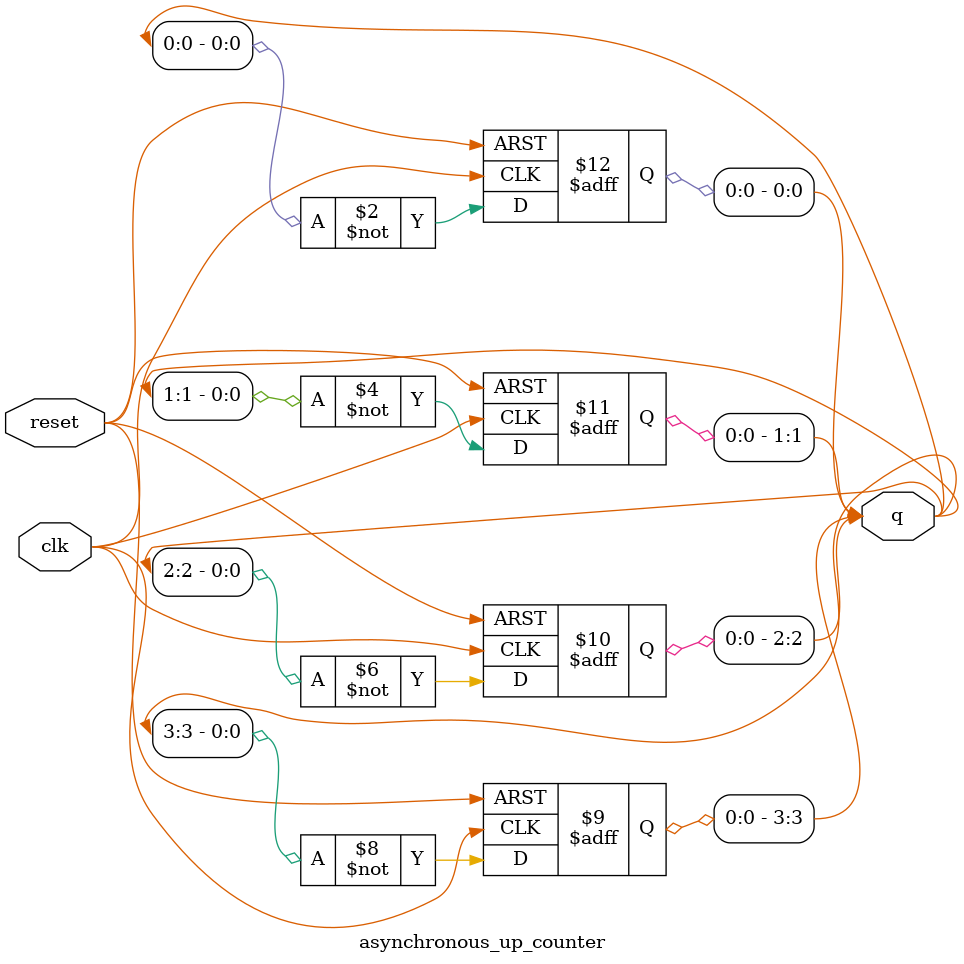
<source format=v>
module asynchronous_up_counter (input clk, reset, output reg  [3:0] q);
  always@(negedge clk or posedge reset)
    if (reset)
      q[0] <= 0;
  else
    q[0] <= ~q[0];
  
  always@(negedge clk or posedge reset)
    if (reset)
      q[1] <= 0;
  else
    q[1] <= ~q[1];
  
  always@(negedge clk or posedge reset)
    if (reset)
      q[2] <= 0;
  else
    q[2] <= ~q[2];
  
  always@(negedge clk or posedge reset)
    if (reset)
      q[3] <= 0;
  else
     q[3] <= ~q[3];
  
endmodule
  
</source>
